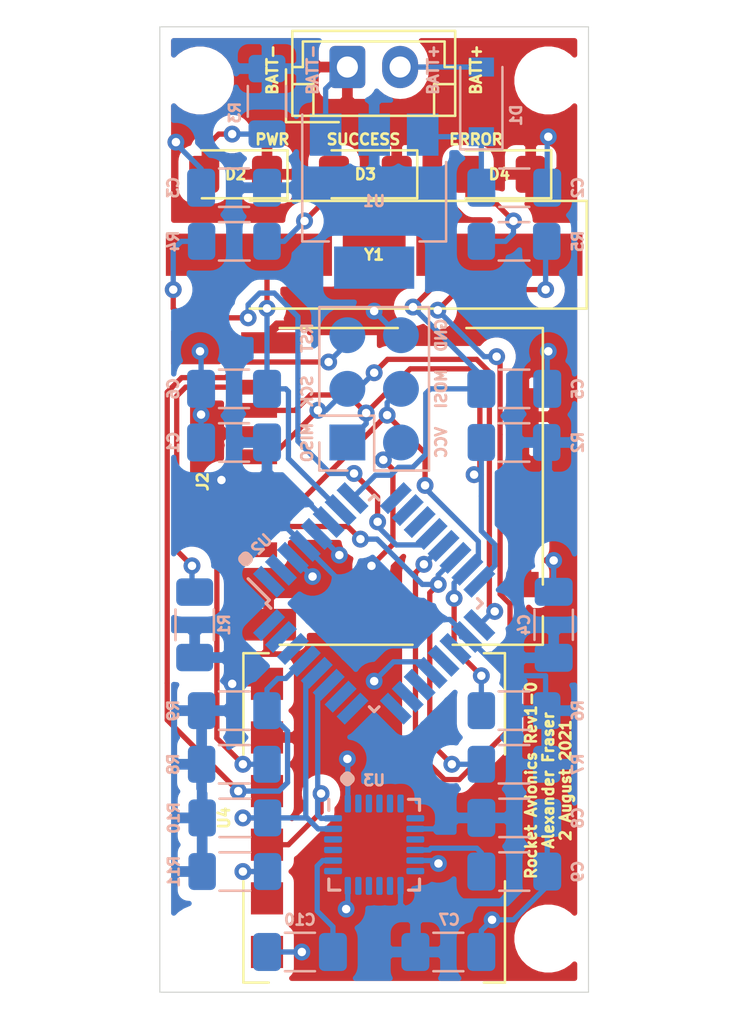
<source format=kicad_pcb>
(kicad_pcb (version 20171130) (host pcbnew "(5.1.8)-1")
  (layers (0 F.Cu signal) (31 B.Cu signal hide) (34 B.Paste user hide) (35 F.Paste user) (36 B.SilkS user hide) (37 F.SilkS user) (38 B.Mask user hide) (39 F.Mask user) (44 Edge.Cuts user))
  (net 0 "")
  (net 1 GND)
  (net 2 +3V3)
  (net 3 "Net-(C2-Pad1)")
  (net 4 ExtClock1)
  (net 5 "Net-(C9-Pad1)")
  (net 6 "Net-(C10-Pad1)")
  (net 7 "Net-(D1-Pad2)")
  (net 8 "Net-(D2-Pad2)")
  (net 9 "Net-(D3-Pad2)")
  (net 10 "Net-(D4-Pad2)")
  (net 11 "Net-(J2-Pad8)")
  (net 12 SPI-MISO)
  (net 13 SPI-SCK)
  (net 14 SPI-MOSI)
  (net 15 SPI-SS)
  (net 16 "Net-(J2-Pad1)")
  (net 17 Reset)
  (net 18 SuccessLED)
  (net 19 ErrorLED)
  (net 20 I2C-Clock)
  (net 21 I2C-Data)
  (net 22 "Net-(U2-Pad32)")
  (net 23 "Net-(U2-Pad31)")
  (net 24 "Net-(U2-Pad30)")
  (net 25 "Net-(U2-Pad26)")
  (net 26 "Net-(U2-Pad25)")
  (net 27 "Net-(U2-Pad24)")
  (net 28 "Net-(U2-Pad23)")
  (net 29 "Net-(U2-Pad22)")
  (net 30 "Net-(U2-Pad20)")
  (net 31 "Net-(U2-Pad19)")
  (net 32 "Net-(U2-Pad11)")
  (net 33 "Net-(U2-Pad10)")
  (net 34 "Net-(U2-Pad9)")
  (net 35 ExtClock2)
  (net 36 "Net-(U2-Pad2)")
  (net 37 "Net-(U2-Pad1)")
  (net 38 "Net-(U3-Pad12)")
  (net 39 "Net-(U3-Pad9)")
  (net 40 "Net-(U3-Pad7)")
  (net 41 "Net-(U3-Pad6)")
  (net 42 "Net-(U4-Pad6)")
  (net 43 "Net-(U4-Pad5)")
  (module MountingHole:MountingHole_2.2mm_M2 (layer F.Cu) (at 93.345 120.65)
    (fp_text reference REF** hide)
    (fp_text value MountingHole_2.2mm_M2)
    (pad 1 np_thru_hole circle (at 0 0) (size 2.2 2.2) (drill 2.2) (layers *.Cu *.Mask))
  )
  (module MountingHole:MountingHole_2.2mm_M2 (layer F.Cu) (at 109.855 120.65)
    (fp_text reference REF** hide)
    (fp_text value MountingHole_2.2mm_M2)
    (pad 1 np_thru_hole circle (at 0 0) (size 2.2 2.2) (drill 2.2) (layers *.Cu *.Mask))
  )
  (module MountingHole:MountingHole_2.2mm_M2 (layer F.Cu) (at 109.855 80.01)
    (fp_text reference REF** hide)
    (fp_text value MountingHole_2.2mm_M2)
    (pad 1 np_thru_hole circle (at 0 0) (size 2.2 2.2) (drill 2.2) (layers *.Cu *.Mask))
  )
  (module MountingHole:MountingHole_2.2mm_M2 (layer F.Cu) (at 93.345 80.01)
    (fp_text reference REF** hide)
    (fp_text value MountingHole_2.2mm_M2)
    (pad 1 np_thru_hole circle (at 0 0) (size 2.2 2.2) (drill 2.2) (layers *.Cu *.Mask))
  )
  (module Crystal:Crystal_SMD_HC49-SD_HandSoldering (layer F.Cu) (at 101.6 88.265 180)
    (fp_text reference Y1 (at 0 0) (layer F.SilkS) (effects (font (size 0.508 0.508) (thickness 0.127))))
    (fp_text value "8MHz Crystal")
    (pad 2 smd rect (at 5.9375 0 180) (size 7.875 2) (layers F.Cu F.Paste F.Mask) (net 4 ExtClock1))
    (pad 1 smd rect (at -5.9375 0 180) (size 7.875 2) (layers F.Cu F.Paste F.Mask) (net 35 ExtClock2))
  )
  (module electronics-rocket-avionics:BMP280_Module (layer F.Cu) (at 101.6 114.935)
    (fp_text reference U4 (at -7.112 0 90) (layer F.SilkS) (effects (font (size 0.508 0.508) (thickness 0.127))))
    (fp_text value BMP280_Module)
    (pad 3 smd rect (at -5.08 -1.27) (size 1.524 1.524) (layers F.Cu F.Paste F.Mask) (net 20 I2C-Clock))
    (pad 4 smd rect (at -5.08 1.27) (size 1.524 1.524) (layers F.Cu F.Paste F.Mask) (net 21 I2C-Data))
    (pad 2 smd rect (at -5.08 -3.81) (size 1.524 1.524) (layers F.Cu F.Paste F.Mask) (net 1 GND))
    (pad 1 smd rect (at -5.08 -6.35) (size 1.524 1.524) (layers F.Cu F.Paste F.Mask) (net 2 +3V3))
    (pad 5 smd rect (at -5.08 3.81) (size 1.524 1.524) (layers F.Cu F.Paste F.Mask) (net 43 "Net-(U4-Pad5)"))
    (pad 6 smd rect (at -5.08 6.35) (size 1.524 1.524) (layers F.Cu F.Paste F.Mask) (net 42 "Net-(U4-Pad6)"))
  )
  (module Sensor_Motion:InvenSense_QFN-24_4x4mm_P0.5mm (layer B.Cu) (at 101.6 116.205 270)
    (fp_text reference U3 (at -3.048 0 180) (layer B.SilkS) (effects (font (size 0.508 0.508) (thickness 0.127)) (justify mirror)))
    (fp_text value MPU-6050)
    (pad 24 smd roundrect (at -1.25 1.95 180) (size 0.85 0.3) (layers B.Cu B.Paste B.Mask) (net 21 I2C-Data))
    (pad 23 smd roundrect (at -0.75 1.95 180) (size 0.85 0.3) (layers B.Cu B.Paste B.Mask) (net 20 I2C-Clock))
    (pad 22 smd roundrect (at -0.25 1.95 180) (size 0.85 0.3) (layers B.Cu B.Paste B.Mask))
    (pad 21 smd roundrect (at 0.25 1.95 180) (size 0.85 0.3) (layers B.Cu B.Paste B.Mask))
    (pad 20 smd roundrect (at 0.75 1.95 180) (size 0.85 0.3) (layers B.Cu B.Paste B.Mask) (net 6 "Net-(C10-Pad1)"))
    (pad 19 smd roundrect (at 1.25 1.95 180) (size 0.85 0.3) (layers B.Cu B.Paste B.Mask))
    (pad 18 smd roundrect (at 1.95 1.25 270) (size 0.85 0.3) (layers B.Cu B.Paste B.Mask) (net 1 GND))
    (pad 17 smd roundrect (at 1.95 0.75 270) (size 0.85 0.3) (layers B.Cu B.Paste B.Mask))
    (pad 16 smd roundrect (at 1.95 0.25 270) (size 0.85 0.3) (layers B.Cu B.Paste B.Mask))
    (pad 15 smd roundrect (at 1.95 -0.25 270) (size 0.85 0.3) (layers B.Cu B.Paste B.Mask))
    (pad 14 smd roundrect (at 1.95 -0.75 270) (size 0.85 0.3) (layers B.Cu B.Paste B.Mask))
    (pad 13 smd roundrect (at 1.95 -1.25 270) (size 0.85 0.3) (layers B.Cu B.Paste B.Mask) (net 2 +3V3))
    (pad 12 smd roundrect (at 1.25 -1.95 180) (size 0.85 0.3) (layers B.Cu B.Paste B.Mask) (net 38 "Net-(U3-Pad12)"))
    (pad 11 smd roundrect (at 0.75 -1.95 180) (size 0.85 0.3) (layers B.Cu B.Paste B.Mask) (net 1 GND))
    (pad 10 smd roundrect (at 0.25 -1.95 180) (size 0.85 0.3) (layers B.Cu B.Paste B.Mask) (net 5 "Net-(C9-Pad1)"))
    (pad 9 smd roundrect (at -0.25 -1.95 180) (size 0.85 0.3) (layers B.Cu B.Paste B.Mask) (net 39 "Net-(U3-Pad9)"))
    (pad 8 smd roundrect (at -0.75 -1.95 180) (size 0.85 0.3) (layers B.Cu B.Paste B.Mask) (net 2 +3V3))
    (pad 7 smd roundrect (at -1.25 -1.95 180) (size 0.85 0.3) (layers B.Cu B.Paste B.Mask) (net 40 "Net-(U3-Pad7)"))
    (pad 6 smd roundrect (at -1.95 -1.25 270) (size 0.85 0.3) (layers B.Cu B.Paste B.Mask) (net 41 "Net-(U3-Pad6)"))
    (pad 5 smd roundrect (at -1.95 -0.75 270) (size 0.85 0.3) (layers B.Cu B.Paste B.Mask))
    (pad 4 smd roundrect (at -1.95 -0.25 270) (size 0.85 0.3) (layers B.Cu B.Paste B.Mask))
    (pad 3 smd roundrect (at -1.95 0.25 270) (size 0.85 0.3) (layers B.Cu B.Paste B.Mask))
    (pad 2 smd roundrect (at -1.95 0.75 270) (size 0.85 0.3) (layers B.Cu B.Paste B.Mask))
    (pad 1 smd roundrect (at -1.95 1.25 270) (size 0.85 0.3) (layers B.Cu B.Paste B.Mask) (net 1 GND))
  )
  (module Package_QFP:TQFP-32_7x7mm_P0.8mm (layer B.Cu) (at 101.6 104.775 315)
    (fp_text reference U2 (at -5.747364 1.796051 45) (layer B.SilkS) (effects (font (size 0.508 0.508) (thickness 0.127)) (justify mirror)))
    (fp_text value ATmega328P-AU)
    (pad 32 smd rect (at -2.8 4.25 225) (size 1.6 0.55) (layers B.Cu B.Paste B.Mask) (net 22 "Net-(U2-Pad32)"))
    (pad 31 smd rect (at -2 4.25 225) (size 1.6 0.55) (layers B.Cu B.Paste B.Mask) (net 23 "Net-(U2-Pad31)"))
    (pad 30 smd rect (at -1.2 4.25 225) (size 1.6 0.55) (layers B.Cu B.Paste B.Mask) (net 24 "Net-(U2-Pad30)"))
    (pad 29 smd rect (at -0.4 4.25 225) (size 1.6 0.55) (layers B.Cu B.Paste B.Mask) (net 17 Reset))
    (pad 28 smd rect (at 0.4 4.25 225) (size 1.6 0.55) (layers B.Cu B.Paste B.Mask) (net 20 I2C-Clock))
    (pad 27 smd rect (at 1.2 4.25 225) (size 1.6 0.55) (layers B.Cu B.Paste B.Mask) (net 21 I2C-Data))
    (pad 26 smd rect (at 2 4.25 225) (size 1.6 0.55) (layers B.Cu B.Paste B.Mask) (net 25 "Net-(U2-Pad26)"))
    (pad 25 smd rect (at 2.8 4.25 225) (size 1.6 0.55) (layers B.Cu B.Paste B.Mask) (net 26 "Net-(U2-Pad25)"))
    (pad 24 smd rect (at 4.25 2.8 315) (size 1.6 0.55) (layers B.Cu B.Paste B.Mask) (net 27 "Net-(U2-Pad24)"))
    (pad 23 smd rect (at 4.25 2 315) (size 1.6 0.55) (layers B.Cu B.Paste B.Mask) (net 28 "Net-(U2-Pad23)"))
    (pad 22 smd rect (at 4.25 1.2 315) (size 1.6 0.55) (layers B.Cu B.Paste B.Mask) (net 29 "Net-(U2-Pad22)"))
    (pad 21 smd rect (at 4.25 0.4 315) (size 1.6 0.55) (layers B.Cu B.Paste B.Mask) (net 1 GND))
    (pad 20 smd rect (at 4.25 -0.4 315) (size 1.6 0.55) (layers B.Cu B.Paste B.Mask) (net 30 "Net-(U2-Pad20)"))
    (pad 19 smd rect (at 4.25 -1.2 315) (size 1.6 0.55) (layers B.Cu B.Paste B.Mask) (net 31 "Net-(U2-Pad19)"))
    (pad 18 smd rect (at 4.25 -2 315) (size 1.6 0.55) (layers B.Cu B.Paste B.Mask) (net 2 +3V3))
    (pad 17 smd rect (at 4.25 -2.8 315) (size 1.6 0.55) (layers B.Cu B.Paste B.Mask) (net 13 SPI-SCK))
    (pad 16 smd rect (at 2.8 -4.25 225) (size 1.6 0.55) (layers B.Cu B.Paste B.Mask) (net 12 SPI-MISO))
    (pad 15 smd rect (at 2 -4.25 225) (size 1.6 0.55) (layers B.Cu B.Paste B.Mask) (net 14 SPI-MOSI))
    (pad 14 smd rect (at 1.2 -4.25 225) (size 1.6 0.55) (layers B.Cu B.Paste B.Mask) (net 15 SPI-SS))
    (pad 13 smd rect (at 0.4 -4.25 225) (size 1.6 0.55) (layers B.Cu B.Paste B.Mask) (net 19 ErrorLED))
    (pad 12 smd rect (at -0.4 -4.25 225) (size 1.6 0.55) (layers B.Cu B.Paste B.Mask) (net 18 SuccessLED))
    (pad 11 smd rect (at -1.2 -4.25 225) (size 1.6 0.55) (layers B.Cu B.Paste B.Mask) (net 32 "Net-(U2-Pad11)"))
    (pad 10 smd rect (at -2 -4.25 225) (size 1.6 0.55) (layers B.Cu B.Paste B.Mask) (net 33 "Net-(U2-Pad10)"))
    (pad 9 smd rect (at -2.8 -4.25 225) (size 1.6 0.55) (layers B.Cu B.Paste B.Mask) (net 34 "Net-(U2-Pad9)"))
    (pad 8 smd rect (at -4.25 -2.8 315) (size 1.6 0.55) (layers B.Cu B.Paste B.Mask) (net 35 ExtClock2))
    (pad 7 smd rect (at -4.25 -2 315) (size 1.6 0.55) (layers B.Cu B.Paste B.Mask) (net 4 ExtClock1))
    (pad 6 smd rect (at -4.25 -1.2 315) (size 1.6 0.55) (layers B.Cu B.Paste B.Mask) (net 2 +3V3))
    (pad 5 smd rect (at -4.25 -0.4 315) (size 1.6 0.55) (layers B.Cu B.Paste B.Mask) (net 1 GND))
    (pad 4 smd rect (at -4.25 0.4 315) (size 1.6 0.55) (layers B.Cu B.Paste B.Mask) (net 2 +3V3))
    (pad 3 smd rect (at -4.25 1.2 315) (size 1.6 0.55) (layers B.Cu B.Paste B.Mask) (net 1 GND))
    (pad 2 smd rect (at -4.25 2 315) (size 1.6 0.55) (layers B.Cu B.Paste B.Mask) (net 36 "Net-(U2-Pad2)"))
    (pad 1 smd rect (at -4.25 2.8 315) (size 1.6 0.55) (layers B.Cu B.Paste B.Mask) (net 37 "Net-(U2-Pad1)"))
  )
  (module Package_TO_SOT_SMD:SOT-223 (layer B.Cu) (at 101.6 85.725 270)
    (fp_text reference U1 (at 0 0 180) (layer B.SilkS) (effects (font (size 0.508 0.508) (thickness 0.127)) (justify mirror)))
    (fp_text value AP2111H-3.3)
    (pad 1 smd rect (at -3.15 2.3 270) (size 2 1.5) (layers B.Cu B.Paste B.Mask) (net 1 GND))
    (pad 3 smd rect (at -3.15 -2.3 270) (size 2 1.5) (layers B.Cu B.Paste B.Mask) (net 3 "Net-(C2-Pad1)"))
    (pad 2 smd rect (at -3.15 0 270) (size 2 1.5) (layers B.Cu B.Paste B.Mask) (net 2 +3V3))
    (pad 4 smd rect (at 3.15 0 270) (size 2 3.8) (layers B.Cu B.Paste B.Mask))
  )
  (module Resistor_SMD:R_1206_3216Metric_Pad1.30x1.75mm_HandSolder (layer B.Cu) (at 94.996 117.475 180)
    (fp_text reference R11 (at 2.895 0 90) (layer B.SilkS) (effects (font (size 0.508 0.508) (thickness 0.127)) (justify mirror)))
    (fp_text value 10k)
    (pad 2 smd roundrect (at 1.55 0 180) (size 1.3 1.75) (layers B.Cu B.Paste B.Mask) (roundrect_rratio 0.192308) (net 2 +3V3))
    (pad 1 smd roundrect (at -1.55 0 180) (size 1.3 1.75) (layers B.Cu B.Paste B.Mask) (roundrect_rratio 0.192308) (net 21 I2C-Data))
  )
  (module Resistor_SMD:R_1206_3216Metric_Pad1.30x1.75mm_HandSolder (layer B.Cu) (at 94.996 114.935 180)
    (fp_text reference R10 (at 2.895 0 90) (layer B.SilkS) (effects (font (size 0.508 0.508) (thickness 0.127)) (justify mirror)))
    (fp_text value 10k)
    (pad 2 smd roundrect (at 1.55 0 180) (size 1.3 1.75) (layers B.Cu B.Paste B.Mask) (roundrect_rratio 0.192308) (net 2 +3V3))
    (pad 1 smd roundrect (at -1.55 0 180) (size 1.3 1.75) (layers B.Cu B.Paste B.Mask) (roundrect_rratio 0.192308) (net 20 I2C-Clock))
  )
  (module Resistor_SMD:R_1206_3216Metric_Pad1.30x1.75mm_HandSolder (layer B.Cu) (at 94.97 109.855 180)
    (fp_text reference R9 (at 2.895 0 90) (layer B.SilkS) (effects (font (size 0.508 0.508) (thickness 0.127)) (justify mirror)))
    (fp_text value 10k)
    (pad 2 smd roundrect (at 1.55 0 180) (size 1.3 1.75) (layers B.Cu B.Paste B.Mask) (roundrect_rratio 0.192308) (net 2 +3V3))
    (pad 1 smd roundrect (at -1.55 0 180) (size 1.3 1.75) (layers B.Cu B.Paste B.Mask) (roundrect_rratio 0.192308) (net 17 Reset))
  )
  (module Resistor_SMD:R_1206_3216Metric_Pad1.30x1.75mm_HandSolder (layer B.Cu) (at 94.97 112.395 180)
    (fp_text reference R8 (at 2.895 0 90) (layer B.SilkS) (effects (font (size 0.508 0.508) (thickness 0.127)) (justify mirror)))
    (fp_text value 10k)
    (pad 2 smd roundrect (at 1.55 0 180) (size 1.3 1.75) (layers B.Cu B.Paste B.Mask) (roundrect_rratio 0.192308) (net 2 +3V3))
    (pad 1 smd roundrect (at -1.55 0 180) (size 1.3 1.75) (layers B.Cu B.Paste B.Mask) (roundrect_rratio 0.192308) (net 16 "Net-(J2-Pad1)"))
  )
  (module Resistor_SMD:R_1206_3216Metric_Pad1.30x1.75mm_HandSolder (layer B.Cu) (at 108.23 112.395)
    (fp_text reference R7 (at 3.022 0 90) (layer B.SilkS) (effects (font (size 0.508 0.508) (thickness 0.127)) (justify mirror)))
    (fp_text value 10k)
    (pad 2 smd roundrect (at 1.55 0) (size 1.3 1.75) (layers B.Cu B.Paste B.Mask) (roundrect_rratio 0.192308) (net 2 +3V3))
    (pad 1 smd roundrect (at -1.55 0) (size 1.3 1.75) (layers B.Cu B.Paste B.Mask) (roundrect_rratio 0.192308) (net 15 SPI-SS))
  )
  (module Resistor_SMD:R_1206_3216Metric_Pad1.30x1.75mm_HandSolder (layer B.Cu) (at 108.23 109.855)
    (fp_text reference R6 (at 3.022 0 90) (layer B.SilkS) (effects (font (size 0.508 0.508) (thickness 0.127)) (justify mirror)))
    (fp_text value 10k)
    (pad 2 smd roundrect (at 1.55 0) (size 1.3 1.75) (layers B.Cu B.Paste B.Mask) (roundrect_rratio 0.192308) (net 2 +3V3))
    (pad 1 smd roundrect (at -1.55 0) (size 1.3 1.75) (layers B.Cu B.Paste B.Mask) (roundrect_rratio 0.192308) (net 14 SPI-MOSI))
  )
  (module Resistor_SMD:R_1206_3216Metric_Pad1.30x1.75mm_HandSolder (layer B.Cu) (at 108.23 87.63)
    (fp_text reference R5 (at 3.022 0 90) (layer B.SilkS) (effects (font (size 0.508 0.508) (thickness 0.127)) (justify mirror)))
    (fp_text value 220R)
    (pad 2 smd roundrect (at 1.55 0) (size 1.3 1.75) (layers B.Cu B.Paste B.Mask) (roundrect_rratio 0.192308) (net 19 ErrorLED))
    (pad 1 smd roundrect (at -1.55 0) (size 1.3 1.75) (layers B.Cu B.Paste B.Mask) (roundrect_rratio 0.192308) (net 10 "Net-(D4-Pad2)"))
  )
  (module Resistor_SMD:R_1206_3216Metric_Pad1.30x1.75mm_HandSolder (layer B.Cu) (at 94.97 87.63 180)
    (fp_text reference R4 (at 2.895 0 90) (layer B.SilkS) (effects (font (size 0.508 0.508) (thickness 0.127)) (justify mirror)))
    (fp_text value 220R)
    (pad 2 smd roundrect (at 1.55 0 180) (size 1.3 1.75) (layers B.Cu B.Paste B.Mask) (roundrect_rratio 0.192308) (net 18 SuccessLED))
    (pad 1 smd roundrect (at -1.55 0 180) (size 1.3 1.75) (layers B.Cu B.Paste B.Mask) (roundrect_rratio 0.192308) (net 9 "Net-(D3-Pad2)"))
  )
  (module Resistor_SMD:R_1206_3216Metric_Pad1.30x1.75mm_HandSolder (layer B.Cu) (at 96.52 81 90)
    (fp_text reference R3 (at -0.534 -1.524 90) (layer B.SilkS) (effects (font (size 0.508 0.508) (thickness 0.127)) (justify mirror)))
    (fp_text value 220R)
    (pad 2 smd roundrect (at 1.55 0 90) (size 1.3 1.75) (layers B.Cu B.Paste B.Mask) (roundrect_rratio 0.192308) (net 2 +3V3))
    (pad 1 smd roundrect (at -1.55 0 90) (size 1.3 1.75) (layers B.Cu B.Paste B.Mask) (roundrect_rratio 0.192308) (net 8 "Net-(D2-Pad2)"))
  )
  (module Resistor_SMD:R_1206_3216Metric_Pad1.30x1.75mm_HandSolder (layer B.Cu) (at 108.23 97.155)
    (fp_text reference R2 (at 3.022 0 90) (layer B.SilkS) (effects (font (size 0.508 0.508) (thickness 0.127)) (justify mirror)))
    (fp_text value 10k)
    (pad 2 smd roundrect (at 1.55 0) (size 1.3 1.75) (layers B.Cu B.Paste B.Mask) (roundrect_rratio 0.192308) (net 2 +3V3))
    (pad 1 smd roundrect (at -1.55 0) (size 1.3 1.75) (layers B.Cu B.Paste B.Mask) (roundrect_rratio 0.192308) (net 12 SPI-MISO))
  )
  (module Resistor_SMD:R_1206_3216Metric_Pad1.30x1.75mm_HandSolder (layer B.Cu) (at 93.091 105.791 270)
    (fp_text reference R1 (at 0 -1.397 90) (layer B.SilkS) (effects (font (size 0.508 0.508) (thickness 0.127)) (justify mirror)))
    (fp_text value 10k)
    (pad 2 smd roundrect (at 1.55 0 270) (size 1.3 1.75) (layers B.Cu B.Paste B.Mask) (roundrect_rratio 0.192308) (net 2 +3V3))
    (pad 1 smd roundrect (at -1.55 0 270) (size 1.3 1.75) (layers B.Cu B.Paste B.Mask) (roundrect_rratio 0.192308) (net 11 "Net-(J2-Pad8)"))
  )
  (module electronics-rocket-avionics:AVR_ISP_2x3 (layer B.Cu) (at 100.33 97.155)
    (fp_text reference J3 hide)
    (fp_text value AVR-ISP-6)
    (pad 6 smd oval (at 2.54 -5.08) (size 1.7 1.7) (layers B.Cu B.Paste B.Mask) (net 1 GND))
    (pad 5 smd oval (at 0 -5.08) (size 1.7 1.7) (layers B.Cu B.Paste B.Mask) (net 17 Reset))
    (pad 4 smd oval (at 2.54 -2.54) (size 1.7 1.7) (layers B.Cu B.Paste B.Mask) (net 14 SPI-MOSI))
    (pad 3 smd oval (at 0 -2.54) (size 1.7 1.7) (layers B.Cu B.Paste B.Mask) (net 13 SPI-SCK))
    (pad 2 smd oval (at 2.54 0) (size 1.7 1.7) (layers B.Cu B.Paste B.Mask) (net 2 +3V3))
    (pad 1 smd rect (at 0 0) (size 1.7 1.7) (layers B.Cu B.Paste B.Mask) (net 12 SPI-MISO))
  )
  (module electronics-rocket-avionics:microSD_HC_Hirose_DM3CS-SF (layer F.Cu) (at 101.346 99.06 270)
    (fp_text reference J2 (at -0.05 7.874 90) (layer F.SilkS) (effects (font (size 0.508 0.508) (thickness 0.127))))
    (fp_text value Micro_SD_Card)
    (pad 8 smd rect (at -4.525 5.35 270) (size 0.7 2) (layers F.Cu F.Paste F.Mask) (net 11 "Net-(J2-Pad8)"))
    (pad 9 smd rect (at -6.625 4.75 270) (size 1 2.6) (layers F.Cu F.Paste F.Mask) (net 1 GND))
    (pad 9 smd rect (at -3.125 -7.35 270) (size 2.7 1.4) (layers F.Cu F.Paste F.Mask) (net 1 GND))
    (pad 9 smd rect (at 4.825 -7.45 270) (size 1.2 1.2) (layers F.Cu F.Paste F.Mask) (net 1 GND))
    (pad 7 smd rect (at -3.425 5.35 270) (size 0.7 2) (layers F.Cu F.Paste F.Mask) (net 12 SPI-MISO))
    (pad 6 smd rect (at -2.325 5.35 270) (size 0.7 2) (layers F.Cu F.Paste F.Mask) (net 1 GND))
    (pad 5 smd rect (at -1.225 5.35 270) (size 0.7 2) (layers F.Cu F.Paste F.Mask) (net 13 SPI-SCK))
    (pad 4 smd rect (at -0.125 5.35 270) (size 0.7 2) (layers F.Cu F.Paste F.Mask) (net 2 +3V3))
    (pad 3 smd rect (at 0.975 5.35 270) (size 0.7 2) (layers F.Cu F.Paste F.Mask) (net 14 SPI-MOSI))
    (pad 2 smd rect (at 2.075 5.35 270) (size 0.7 2) (layers F.Cu F.Paste F.Mask) (net 15 SPI-SS))
    (pad 1 smd rect (at 3.175 5.35 270) (size 0.7 2) (layers F.Cu F.Paste F.Mask) (net 16 "Net-(J2-Pad1)"))
    (pad 9 smd rect (at 6.725 4.75 270) (size 1.5 2.6) (layers F.Cu F.Paste F.Mask) (net 1 GND))
    (pad 9 smd rect (at 1.775 -7.35 270) (size 2.7 1.4) (layers F.Cu F.Paste F.Mask) (net 1 GND))
  )
  (module Connector_JST:JST_EH_B2B-EH-A_1x02_P2.50mm_Vertical (layer F.Cu) (at 100.33 79.375)
    (fp_text reference J1 hide)
    (fp_text value Conn_01x02_Female)
    (pad 2 thru_hole oval (at 2.5 0) (size 1.7 2) (drill 1) (layers *.Cu *.Mask) (net 7 "Net-(D1-Pad2)"))
    (pad 1 thru_hole roundrect (at 0 0) (size 1.7 2) (drill 1) (layers *.Cu *.Mask) (roundrect_rratio 0.147059) (net 1 GND))
  )
  (module LED_SMD:LED_1206_3216Metric_Pad1.42x1.75mm_HandSolder (layer F.Cu) (at 107.5325 84.455 180)
    (fp_text reference D4 (at 0 0) (layer F.SilkS) (effects (font (size 0.508 0.508) (thickness 0.127))))
    (fp_text value "Red LED")
    (pad 2 smd roundrect (at 1.4875 0 180) (size 1.425 1.75) (layers F.Cu F.Paste F.Mask) (roundrect_rratio 0.175439) (net 10 "Net-(D4-Pad2)"))
    (pad 1 smd roundrect (at -1.4875 0 180) (size 1.425 1.75) (layers F.Cu F.Paste F.Mask) (roundrect_rratio 0.175439) (net 1 GND))
  )
  (module LED_SMD:LED_1206_3216Metric_Pad1.42x1.75mm_HandSolder (layer F.Cu) (at 101.1825 84.455 180)
    (fp_text reference D3 (at 0 0) (layer F.SilkS) (effects (font (size 0.508 0.508) (thickness 0.127))))
    (fp_text value "Green LED")
    (pad 2 smd roundrect (at 1.4875 0 180) (size 1.425 1.75) (layers F.Cu F.Paste F.Mask) (roundrect_rratio 0.175439) (net 9 "Net-(D3-Pad2)"))
    (pad 1 smd roundrect (at -1.4875 0 180) (size 1.425 1.75) (layers F.Cu F.Paste F.Mask) (roundrect_rratio 0.175439) (net 1 GND))
  )
  (module LED_SMD:LED_1206_3216Metric_Pad1.42x1.75mm_HandSolder (layer F.Cu) (at 95.0325 84.455 180)
    (fp_text reference D2 (at 0 0) (layer F.SilkS) (effects (font (size 0.508 0.508) (thickness 0.127))))
    (fp_text value "Green LED")
    (pad 2 smd roundrect (at 1.4875 0 180) (size 1.425 1.75) (layers F.Cu F.Paste F.Mask) (roundrect_rratio 0.175439) (net 8 "Net-(D2-Pad2)"))
    (pad 1 smd roundrect (at -1.4875 0 180) (size 1.425 1.75) (layers F.Cu F.Paste F.Mask) (roundrect_rratio 0.175439) (net 1 GND))
  )
  (module Diode_SMD:D_SOD-123 (layer B.Cu) (at 106.68 81.025 90)
    (fp_text reference D1 (at -0.636 1.651 90) (layer B.SilkS) (effects (font (size 0.508 0.508) (thickness 0.127)) (justify mirror)))
    (fp_text value MBR0520LT1)
    (pad 2 smd rect (at 1.65 0 90) (size 0.9 1.2) (layers B.Cu B.Paste B.Mask) (net 7 "Net-(D1-Pad2)"))
    (pad 1 smd rect (at -1.65 0 90) (size 0.9 1.2) (layers B.Cu B.Paste B.Mask) (net 3 "Net-(C2-Pad1)"))
  )
  (module Capacitor_SMD:C_1206_3216Metric_Pad1.33x1.80mm_HandSolder (layer B.Cu) (at 98.0825 121.285 180)
    (fp_text reference C10 (at 0 1.524) (layer B.SilkS) (effects (font (size 0.508 0.508) (thickness 0.127)) (justify mirror)))
    (fp_text value 2.2nF)
    (pad 2 smd roundrect (at 1.5625 0 180) (size 1.325 1.8) (layers B.Cu B.Paste B.Mask) (roundrect_rratio 0.188679) (net 1 GND))
    (pad 1 smd roundrect (at -1.5625 0 180) (size 1.325 1.8) (layers B.Cu B.Paste B.Mask) (roundrect_rratio 0.188679) (net 6 "Net-(C10-Pad1)"))
  )
  (module Capacitor_SMD:C_1206_3216Metric_Pad1.33x1.80mm_HandSolder (layer B.Cu) (at 108.2425 117.475)
    (fp_text reference C9 (at 3.0095 0 270) (layer B.SilkS) (effects (font (size 0.508 0.508) (thickness 0.127)) (justify mirror)))
    (fp_text value 0.1uF)
    (pad 2 smd roundrect (at 1.5625 0) (size 1.325 1.8) (layers B.Cu B.Paste B.Mask) (roundrect_rratio 0.188679) (net 1 GND))
    (pad 1 smd roundrect (at -1.5625 0) (size 1.325 1.8) (layers B.Cu B.Paste B.Mask) (roundrect_rratio 0.188679) (net 5 "Net-(C9-Pad1)"))
  )
  (module Capacitor_SMD:C_1206_3216Metric_Pad1.33x1.80mm_HandSolder (layer B.Cu) (at 108.2425 114.935)
    (fp_text reference C8 (at 3.0095 0 90) (layer B.SilkS) (effects (font (size 0.508 0.508) (thickness 0.127)) (justify mirror)))
    (fp_text value 10nF)
    (pad 2 smd roundrect (at 1.5625 0) (size 1.325 1.8) (layers B.Cu B.Paste B.Mask) (roundrect_rratio 0.188679) (net 1 GND))
    (pad 1 smd roundrect (at -1.5625 0) (size 1.325 1.8) (layers B.Cu B.Paste B.Mask) (roundrect_rratio 0.188679) (net 2 +3V3))
  )
  (module Capacitor_SMD:C_1206_3216Metric_Pad1.33x1.80mm_HandSolder (layer B.Cu) (at 105.1175 121.285)
    (fp_text reference C7 (at 0.0385 -1.524) (layer B.SilkS) (effects (font (size 0.508 0.508) (thickness 0.127)) (justify mirror)))
    (fp_text value 0.1uF)
    (pad 2 smd roundrect (at 1.5625 0) (size 1.325 1.8) (layers B.Cu B.Paste B.Mask) (roundrect_rratio 0.188679) (net 1 GND))
    (pad 1 smd roundrect (at -1.5625 0) (size 1.325 1.8) (layers B.Cu B.Paste B.Mask) (roundrect_rratio 0.188679) (net 2 +3V3))
  )
  (module Capacitor_SMD:C_1206_3216Metric_Pad1.33x1.80mm_HandSolder (layer B.Cu) (at 94.9575 94.615 180)
    (fp_text reference C6 (at 2.8825 0 270) (layer B.SilkS) (effects (font (size 0.508 0.508) (thickness 0.127)) (justify mirror)))
    (fp_text value 22pF)
    (pad 2 smd roundrect (at 1.5625 0 180) (size 1.325 1.8) (layers B.Cu B.Paste B.Mask) (roundrect_rratio 0.188679) (net 1 GND))
    (pad 1 smd roundrect (at -1.5625 0 180) (size 1.325 1.8) (layers B.Cu B.Paste B.Mask) (roundrect_rratio 0.188679) (net 4 ExtClock1))
  )
  (module Capacitor_SMD:C_1206_3216Metric_Pad1.33x1.80mm_HandSolder (layer B.Cu) (at 108.2425 94.615)
    (fp_text reference C5 (at 3.0095 0 270) (layer B.SilkS) (effects (font (size 0.508 0.508) (thickness 0.127)) (justify mirror)))
    (fp_text value 22pF)
    (pad 2 smd roundrect (at 1.5625 0) (size 1.325 1.8) (layers B.Cu B.Paste B.Mask) (roundrect_rratio 0.188679) (net 1 GND))
    (pad 1 smd roundrect (at -1.5625 0) (size 1.325 1.8) (layers B.Cu B.Paste B.Mask) (roundrect_rratio 0.188679) (net 35 ExtClock2))
  )
  (module Capacitor_SMD:C_1206_3216Metric_Pad1.33x1.80mm_HandSolder (layer B.Cu) (at 110.109 105.791 90)
    (fp_text reference C4 (at 0 -1.397 270) (layer B.SilkS) (effects (font (size 0.508 0.508) (thickness 0.127)) (justify mirror)))
    (fp_text value 0.1uF)
    (pad 2 smd roundrect (at 1.5625 0 90) (size 1.325 1.8) (layers B.Cu B.Paste B.Mask) (roundrect_rratio 0.188679) (net 1 GND))
    (pad 1 smd roundrect (at -1.5625 0 90) (size 1.325 1.8) (layers B.Cu B.Paste B.Mask) (roundrect_rratio 0.188679) (net 2 +3V3))
  )
  (module Capacitor_SMD:C_1206_3216Metric_Pad1.33x1.80mm_HandSolder (layer B.Cu) (at 94.9575 85.09 180)
    (fp_text reference C3 (at 2.8825 0 270) (layer B.SilkS) (effects (font (size 0.508 0.508) (thickness 0.127)) (justify mirror)))
    (fp_text value 1uF)
    (pad 2 smd roundrect (at 1.5625 0 180) (size 1.325 1.8) (layers B.Cu B.Paste B.Mask) (roundrect_rratio 0.188679) (net 1 GND))
    (pad 1 smd roundrect (at -1.5625 0 180) (size 1.325 1.8) (layers B.Cu B.Paste B.Mask) (roundrect_rratio 0.188679) (net 2 +3V3))
  )
  (module Capacitor_SMD:C_1206_3216Metric_Pad1.33x1.80mm_HandSolder (layer B.Cu) (at 108.2425 85.09)
    (fp_text reference C2 (at 3.0095 0 270) (layer B.SilkS) (effects (font (size 0.508 0.508) (thickness 0.127)) (justify mirror)))
    (fp_text value 1uF)
    (pad 2 smd roundrect (at 1.5625 0) (size 1.325 1.8) (layers B.Cu B.Paste B.Mask) (roundrect_rratio 0.188679) (net 1 GND))
    (pad 1 smd roundrect (at -1.5625 0) (size 1.325 1.8) (layers B.Cu B.Paste B.Mask) (roundrect_rratio 0.188679) (net 3 "Net-(C2-Pad1)"))
  )
  (module Capacitor_SMD:C_1206_3216Metric_Pad1.33x1.80mm_HandSolder (layer B.Cu) (at 94.9575 97.155 180)
    (fp_text reference C1 (at 2.8825 0 90) (layer B.SilkS) (effects (font (size 0.508 0.508) (thickness 0.127)) (justify mirror)))
    (fp_text value 0.1uF)
    (pad 2 smd roundrect (at 1.5625 0 180) (size 1.325 1.8) (layers B.Cu B.Paste B.Mask) (roundrect_rratio 0.188679) (net 1 GND))
    (pad 1 smd roundrect (at -1.5625 0 180) (size 1.325 1.8) (layers B.Cu B.Paste B.Mask) (roundrect_rratio 0.188679) (net 2 +3V3))
  )
  (gr_text "Rocket Avionics Rev1-0\nAlexander Fraser\n2 August 2021" (at 109.855 113.157 90) (layer F.SilkS) (effects (font (size 0.508 0.508) (thickness 0.127))))
  (gr_text VCC (at 104.775 97.155 90) (layer B.SilkS) (effects (font (size 0.508 0.508) (thickness 0.127)) (justify mirror)))
  (gr_text MOSI (at 104.775 94.615 90) (layer B.SilkS) (effects (font (size 0.508 0.508) (thickness 0.127)) (justify mirror)))
  (gr_text GND (at 104.775 92.075 90) (layer B.SilkS) (effects (font (size 0.508 0.508) (thickness 0.127)) (justify mirror)))
  (gr_text RST (at 98.425 92.202 90) (layer B.SilkS) (effects (font (size 0.508 0.508) (thickness 0.127)) (justify mirror)))
  (gr_text SCK (at 98.425 94.742 90) (layer B.SilkS) (effects (font (size 0.508 0.508) (thickness 0.127)) (justify mirror)))
  (gr_text MISO (at 98.425 97.155 90) (layer B.SilkS) (effects (font (size 0.508 0.508) (thickness 0.127)) (justify mirror)))
  (gr_text BATT+ (at 104.394 79.502 90) (layer B.SilkS) (effects (font (size 0.508 0.508) (thickness 0.127))))
  (gr_text BATT- (at 98.679 79.502 90) (layer B.SilkS) (effects (font (size 0.508 0.508) (thickness 0.127))))
  (gr_text . (at 95.504 101.854) (layer B.SilkS) (effects (font (size 2.032 2.032) (thickness 0.508))))
  (gr_text . (at 100.33 112.268) (layer B.SilkS) (effects (font (size 2.032 2.032) (thickness 0.508))))
  (gr_text BATT+ (at 106.426 79.502 90) (layer F.SilkS) (effects (font (size 0.508 0.508) (thickness 0.127))))
  (gr_text BATT- (at 96.774 79.502 90) (layer F.SilkS) (effects (font (size 0.508 0.508) (thickness 0.127))))
  (gr_text ERROR (at 106.426 82.804) (layer F.SilkS) (effects (font (size 0.508 0.508) (thickness 0.127))))
  (gr_text SUCCESS (at 101.092 82.804) (layer F.SilkS) (effects (font (size 0.508 0.508) (thickness 0.127))))
  (gr_text PWR (at 96.774 82.804) (layer F.SilkS) (effects (font (size 0.508 0.508) (thickness 0.127))))
  (gr_line (start 91.44 123.19) (end 91.44 77.47) (layer Edge.Cuts) (width 0.05))
  (gr_line (start 111.76 123.19) (end 91.44 123.19) (layer Edge.Cuts) (width 0.05))
  (gr_line (start 111.76 77.47) (end 111.76 123.19) (layer Edge.Cuts) (width 0.05))
  (gr_line (start 91.44 77.47) (end 111.76 77.47) (layer Edge.Cuts) (width 0.05))
  (segment (start 109.805 114.935) (end 109.805 117.475) (width 0.25) (layer B.Cu) (net 1))
  (segment (start 109.805 117.475) (end 109.805 118.16) (width 0.25) (layer B.Cu) (net 1))
  (segment (start 109.805 118.16) (end 108.204 119.761) (width 0.25) (layer B.Cu) (net 1))
  (segment (start 108.204 119.761) (end 107.188 119.761) (width 0.25) (layer B.Cu) (net 1))
  (segment (start 106.68 120.269) (end 106.68 121.285) (width 0.25) (layer B.Cu) (net 1))
  (segment (start 107.188 119.761) (end 106.68 120.269) (width 0.25) (layer B.Cu) (net 1))
  (segment (start 107.188 119.761) (end 107.188 119.761) (width 0.25) (layer B.Cu) (net 1))
  (via (at 107.188 119.761) (size 0.8) (drill 0.4) (layers F.Cu B.Cu) (net 1))
  (via (at 98.171 121.285) (size 0.8) (drill 0.4) (layers F.Cu B.Cu) (net 1))
  (segment (start 96.52 121.285) (end 98.171 121.285) (width 0.25) (layer B.Cu) (net 1))
  (via (at 109.855 92.837) (size 0.8) (drill 0.4) (layers F.Cu B.Cu) (net 1))
  (segment (start 109.805 92.887) (end 109.855 92.837) (width 0.25) (layer B.Cu) (net 1))
  (segment (start 109.805 94.615) (end 109.805 92.887) (width 0.25) (layer B.Cu) (net 1))
  (segment (start 93.395 94.615) (end 93.395 95.835) (width 0.25) (layer B.Cu) (net 1))
  (via (at 93.345 92.837) (size 0.8) (drill 0.4) (layers F.Cu B.Cu) (net 1))
  (segment (start 93.395 92.887) (end 93.345 92.837) (width 0.25) (layer B.Cu) (net 1))
  (segment (start 93.395 94.615) (end 93.395 92.887) (width 0.25) (layer B.Cu) (net 1))
  (segment (start 99.3 80.405) (end 100.33 79.375) (width 0.25) (layer B.Cu) (net 1))
  (segment (start 99.3 82.575) (end 99.3 80.405) (width 0.25) (layer B.Cu) (net 1))
  (via (at 109.855 82.677) (size 0.8) (drill 0.4) (layers F.Cu B.Cu) (net 1))
  (segment (start 109.805 82.727) (end 109.855 82.677) (width 0.25) (layer B.Cu) (net 1))
  (segment (start 109.805 85.09) (end 109.805 82.727) (width 0.25) (layer B.Cu) (net 1))
  (segment (start 93.395 85.09) (end 93.395 84.194306) (width 0.25) (layer B.Cu) (net 1))
  (segment (start 100.35 119.175048) (end 100.272004 119.253044) (width 0.25) (layer B.Cu) (net 1))
  (via (at 100.272004 119.253044) (size 0.8) (drill 0.4) (layers F.Cu B.Cu) (net 1))
  (segment (start 100.35 118.155) (end 100.35 119.175048) (width 0.25) (layer B.Cu) (net 1))
  (via (at 104.648 117.094) (size 0.8) (drill 0.4) (layers F.Cu B.Cu) (net 1))
  (segment (start 104.509 116.955) (end 104.648 117.094) (width 0.25) (layer B.Cu) (net 1))
  (segment (start 103.55 116.955) (end 104.509 116.955) (width 0.25) (layer B.Cu) (net 1))
  (via (at 98.679 103.505) (size 0.8) (drill 0.4) (layers F.Cu B.Cu) (net 1))
  (segment (start 97.792324 102.618324) (end 98.679 103.505) (width 0.25) (layer B.Cu) (net 1))
  (segment (start 97.746268 102.618324) (end 97.792324 102.618324) (width 0.25) (layer B.Cu) (net 1))
  (via (at 99.949 102.489) (size 0.8) (drill 0.4) (layers F.Cu B.Cu) (net 1))
  (segment (start 98.946953 101.486953) (end 99.949 102.489) (width 0.25) (layer B.Cu) (net 1))
  (segment (start 98.877639 101.486953) (end 98.946953 101.486953) (width 0.25) (layer B.Cu) (net 1))
  (via (at 110.109 102.743) (size 0.8) (drill 0.4) (layers F.Cu B.Cu) (net 1))
  (segment (start 110.109 104.2285) (end 110.109 102.743) (width 0.25) (layer B.Cu) (net 1))
  (segment (start 93.395 95.835) (end 93.395 97.155) (width 0.25) (layer B.Cu) (net 1))
  (via (at 93.395 95.835) (size 0.8) (drill 0.4) (layers F.Cu B.Cu) (net 1))
  (via (at 101.6 108.458) (size 0.8) (drill 0.4) (layers F.Cu B.Cu) (net 1))
  (segment (start 102.514418 107.543582) (end 101.6 108.458) (width 0.25) (layer B.Cu) (net 1))
  (segment (start 103.802896 107.543582) (end 102.514418 107.543582) (width 0.25) (layer B.Cu) (net 1))
  (segment (start 104.322361 108.063047) (end 103.802896 107.543582) (width 0.25) (layer B.Cu) (net 1))
  (segment (start 102.87 92.075) (end 102.87 91.821) (width 0.25) (layer B.Cu) (net 1))
  (via (at 101.6 90.932) (size 0.8) (drill 0.4) (layers F.Cu B.Cu) (net 1))
  (segment (start 102.743 92.075) (end 101.6 90.932) (width 0.25) (layer B.Cu) (net 1))
  (segment (start 102.87 92.075) (end 102.743 92.075) (width 0.25) (layer B.Cu) (net 1))
  (segment (start 93.395 84.194306) (end 92.456316 83.255622) (width 0.25) (layer B.Cu) (net 1))
  (via (at 92.202 82.931) (size 0.8) (drill 0.4) (layers F.Cu B.Cu) (net 1))
  (segment (start 92.456316 83.185316) (end 92.202 82.931) (width 0.25) (layer B.Cu) (net 1))
  (segment (start 92.456316 83.255622) (end 92.456316 83.185316) (width 0.25) (layer B.Cu) (net 1))
  (segment (start 96.596 92.435) (end 96.596 91.872) (width 0.25) (layer F.Cu) (net 1))
  (segment (start 96.596 91.872) (end 96.774 91.694) (width 0.25) (layer F.Cu) (net 1))
  (segment (start 96.774 91.694) (end 96.9645 91.5035) (width 0.25) (layer F.Cu) (net 1))
  (segment (start 96.9645 91.5035) (end 98.298 91.5035) (width 0.25) (layer F.Cu) (net 1))
  (segment (start 96.596 92.435) (end 96.596 92.126) (width 0.25) (layer F.Cu) (net 1))
  (segment (start 97.028 91.694) (end 97.155 91.694) (width 0.25) (layer F.Cu) (net 1))
  (segment (start 96.596 92.126) (end 97.028 91.694) (width 0.25) (layer F.Cu) (net 1))
  (segment (start 97.155 91.694) (end 98.552 91.694) (width 0.25) (layer F.Cu) (net 1))
  (segment (start 96.774 91.694) (end 97.155 91.694) (width 0.25) (layer F.Cu) (net 1))
  (via (at 100.33 112.141) (size 0.8) (drill 0.4) (layers F.Cu B.Cu) (net 1))
  (segment (start 100.35 112.161) (end 100.33 112.141) (width 0.25) (layer B.Cu) (net 1))
  (segment (start 100.35 114.255) (end 100.35 112.161) (width 0.25) (layer B.Cu) (net 1))
  (segment (start 103.55 115.455) (end 104.509 115.455) (width 0.25) (layer B.Cu) (net 2))
  (segment (start 102.85 118.155) (end 102.85 119.106) (width 0.25) (layer B.Cu) (net 2))
  (via (at 94.869 108.585) (size 0.8) (drill 0.4) (layers F.Cu B.Cu) (net 2))
  (segment (start 96.52 108.585) (end 94.869 108.585) (width 0.25) (layer F.Cu) (net 2))
  (segment (start 103.555 121.285) (end 103.555 119.838) (width 0.25) (layer B.Cu) (net 2))
  (segment (start 103.555 119.838) (end 104.394 118.999) (width 0.25) (layer B.Cu) (net 2))
  (segment (start 104.394 118.999) (end 107.823 118.999) (width 0.25) (layer B.Cu) (net 2))
  (segment (start 107.823 118.999) (end 108.204 118.618) (width 0.25) (layer B.Cu) (net 2))
  (segment (start 108.204 118.618) (end 108.204 115.189) (width 0.25) (layer B.Cu) (net 2))
  (segment (start 108.204 115.189) (end 107.95 114.935) (width 0.25) (layer B.Cu) (net 2))
  (segment (start 107.95 114.935) (end 106.68 114.935) (width 0.25) (layer B.Cu) (net 2))
  (segment (start 107.823 118.999) (end 107.696 118.872) (width 0.25) (layer B.Cu) (net 2))
  (segment (start 107.696 118.872) (end 105.537 118.872) (width 0.25) (layer B.Cu) (net 2))
  (segment (start 106.019417 106.36599) (end 106.019417 106.400417) (width 0.25) (layer B.Cu) (net 2))
  (segment (start 98.311953 102.052639) (end 97.478314 101.219) (width 0.25) (layer B.Cu) (net 2))
  (segment (start 97.478314 101.219) (end 97.155 101.219) (width 0.25) (layer B.Cu) (net 2))
  (segment (start 99.443324 100.921268) (end 99.397268 100.921268) (width 0.25) (layer B.Cu) (net 2))
  (segment (start 99.397268 100.921268) (end 98.552 100.076) (width 0.25) (layer B.Cu) (net 2))
  (segment (start 106.019417 106.36599) (end 107.857427 108.204) (width 0.25) (layer B.Cu) (net 2))
  (segment (start 107.857427 108.204) (end 109.728 108.204) (width 0.25) (layer B.Cu) (net 2))
  (segment (start 109.728 109.803) (end 109.78 109.855) (width 0.25) (layer B.Cu) (net 2))
  (segment (start 109.728 108.204) (end 109.728 109.803) (width 0.25) (layer B.Cu) (net 2))
  (segment (start 106.019417 106.36599) (end 105.73659 106.36599) (width 0.25) (layer B.Cu) (net 2))
  (segment (start 98.552 100.076) (end 98.171 100.076) (width 0.25) (layer B.Cu) (net 2))
  (segment (start 98.311953 102.052639) (end 100.076 103.816686) (width 0.25) (layer B.Cu) (net 2))
  (via (at 94.361 98.933) (size 0.8) (drill 0.4) (layers F.Cu B.Cu) (net 2))
  (segment (start 94.363 98.935) (end 94.361 98.933) (width 0.25) (layer F.Cu) (net 2))
  (segment (start 95.996 98.935) (end 94.363 98.935) (width 0.25) (layer F.Cu) (net 2))
  (segment (start 106.019417 106.36599) (end 105.190427 105.537) (width 0.25) (layer B.Cu) (net 2))
  (segment (start 105.190427 105.537) (end 104.521 105.537) (width 0.25) (layer B.Cu) (net 2))
  (via (at 102.033631 97.979747) (size 0.8) (drill 0.4) (layers F.Cu B.Cu) (net 2))
  (segment (start 102.858378 97.155) (end 102.033631 97.979747) (width 0.25) (layer B.Cu) (net 2))
  (segment (start 102.87 97.155) (end 102.858378 97.155) (width 0.25) (layer B.Cu) (net 2))
  (via (at 101.473 102.997) (size 0.8) (drill 0.4) (layers F.Cu B.Cu) (net 2))
  (segment (start 102.488908 101.981092) (end 101.473 102.997) (width 0.25) (layer F.Cu) (net 2))
  (segment (start 102.488908 98.435024) (end 102.488908 101.981092) (width 0.25) (layer F.Cu) (net 2))
  (segment (start 102.033631 97.979747) (end 102.488908 98.435024) (width 0.25) (layer F.Cu) (net 2))
  (segment (start 106.68 82.675) (end 106.68 85.09) (width 0.25) (layer B.Cu) (net 3))
  (segment (start 104 82.675) (end 103.9 82.575) (width 0.25) (layer B.Cu) (net 3))
  (segment (start 106.68 82.675) (end 104 82.675) (width 0.25) (layer B.Cu) (net 3))
  (segment (start 96.52 94.615) (end 96.52 93.472) (width 0.25) (layer B.Cu) (net 4))
  (segment (start 95.6625 88.265) (end 92.964 88.265) (width 0.25) (layer F.Cu) (net 4))
  (segment (start 92.964 88.265) (end 92.202 89.027) (width 0.25) (layer F.Cu) (net 4))
  (segment (start 100.00901 100.355583) (end 99.974583 100.355583) (width 0.25) (layer B.Cu) (net 4))
  (via (at 96.52 90.805) (size 0.8) (drill 0.4) (layers F.Cu B.Cu) (net 4))
  (segment (start 96.52 93.472) (end 96.52 90.805) (width 0.25) (layer B.Cu) (net 4))
  (segment (start 96.52 89.1225) (end 95.6625 88.265) (width 0.25) (layer F.Cu) (net 4))
  (segment (start 96.52 90.805) (end 96.52 89.1225) (width 0.25) (layer F.Cu) (net 4))
  (segment (start 97.409 94.615) (end 96.52 94.615) (width 0.25) (layer B.Cu) (net 4))
  (segment (start 97.409 94.615) (end 97.536 94.742) (width 0.25) (layer B.Cu) (net 4))
  (segment (start 97.536 97.917) (end 99.187 99.568) (width 0.25) (layer B.Cu) (net 4))
  (segment (start 97.536 94.742) (end 97.536 97.917) (width 0.25) (layer B.Cu) (net 4))
  (segment (start 99.187 99.568) (end 99.06 99.441) (width 0.25) (layer B.Cu) (net 4))
  (segment (start 99.974583 100.355583) (end 99.187 99.568) (width 0.25) (layer B.Cu) (net 4))
  (segment (start 104.299999 116.368999) (end 106.462999 116.368999) (width 0.25) (layer B.Cu) (net 5))
  (segment (start 106.68 116.586) (end 106.68 117.475) (width 0.25) (layer B.Cu) (net 5))
  (segment (start 106.462999 116.368999) (end 106.68 116.586) (width 0.25) (layer B.Cu) (net 5))
  (segment (start 104.213998 116.455) (end 104.299999 116.368999) (width 0.25) (layer B.Cu) (net 5))
  (segment (start 103.55 116.455) (end 104.213998 116.455) (width 0.25) (layer B.Cu) (net 5))
  (segment (start 99.159298 116.955) (end 99.65 116.955) (width 0.25) (layer B.Cu) (net 6))
  (segment (start 98.89999 117.214308) (end 99.159298 116.955) (width 0.25) (layer B.Cu) (net 6))
  (segment (start 98.89999 119.34699) (end 98.89999 117.214308) (width 0.25) (layer B.Cu) (net 6))
  (segment (start 99.645 120.092) (end 98.89999 119.34699) (width 0.25) (layer B.Cu) (net 6))
  (segment (start 99.645 121.285) (end 99.645 120.092) (width 0.25) (layer B.Cu) (net 6))
  (segment (start 102.83 79.375) (end 106.68 79.375) (width 0.25) (layer B.Cu) (net 7))
  (via (at 94.869 82.55) (size 0.8) (drill 0.4) (layers F.Cu B.Cu) (net 8))
  (segment (start 96.52 82.55) (end 94.869 82.55) (width 0.25) (layer B.Cu) (net 8))
  (segment (start 94.869 82.55) (end 94.234 82.55) (width 0.25) (layer F.Cu) (net 8))
  (segment (start 93.545 83.239) (end 93.545 84.455) (width 0.25) (layer F.Cu) (net 8))
  (segment (start 94.234 82.55) (end 93.545 83.239) (width 0.25) (layer F.Cu) (net 8))
  (segment (start 96.52 87.63) (end 96.951998 87.63) (width 0.25) (layer B.Cu) (net 9))
  (via (at 98.298 86.664998) (size 0.8) (drill 0.4) (layers F.Cu B.Cu) (net 9))
  (segment (start 97.332998 87.63) (end 98.298 86.664998) (width 0.25) (layer B.Cu) (net 9))
  (segment (start 96.52 87.63) (end 97.332998 87.63) (width 0.25) (layer B.Cu) (net 9))
  (segment (start 99.695 85.267998) (end 99.695 84.455) (width 0.25) (layer F.Cu) (net 9))
  (segment (start 98.298 86.664998) (end 99.695 85.267998) (width 0.25) (layer F.Cu) (net 9))
  (via (at 108.204 86.664998) (size 0.8) (drill 0.4) (layers F.Cu B.Cu) (net 10))
  (segment (start 106.68 87.63) (end 107.238998 87.63) (width 0.25) (layer B.Cu) (net 10))
  (segment (start 108.204 86.664998) (end 107.391002 85.852) (width 0.25) (layer F.Cu) (net 10))
  (segment (start 107.391002 85.852) (end 106.299 85.852) (width 0.25) (layer F.Cu) (net 10))
  (segment (start 106.045 85.598) (end 106.045 84.455) (width 0.25) (layer F.Cu) (net 10))
  (segment (start 106.299 85.852) (end 106.045 85.598) (width 0.25) (layer F.Cu) (net 10))
  (segment (start 108.204 86.664998) (end 108.204 87.249) (width 0.25) (layer B.Cu) (net 10))
  (segment (start 107.823 87.63) (end 106.68 87.63) (width 0.25) (layer B.Cu) (net 10))
  (segment (start 108.204 87.249) (end 107.823 87.63) (width 0.25) (layer B.Cu) (net 10))
  (segment (start 95.996 94.535) (end 92.663 94.535) (width 0.25) (layer F.Cu) (net 11))
  (segment (start 92.964 102.997) (end 92.964 104.114) (width 0.25) (layer B.Cu) (net 11))
  (segment (start 92.964 104.114) (end 93.091 104.241) (width 0.25) (layer B.Cu) (net 11))
  (via (at 92.964 102.997) (size 0.8) (drill 0.4) (layers F.Cu B.Cu) (net 11))
  (segment (start 92.24002 94.95798) (end 92.663 94.535) (width 0.25) (layer F.Cu) (net 11))
  (segment (start 92.24002 102.27302) (end 92.24002 94.95798) (width 0.25) (layer F.Cu) (net 11))
  (segment (start 92.964 102.997) (end 92.24002 102.27302) (width 0.25) (layer F.Cu) (net 11))
  (segment (start 107.315 101.981) (end 106.68 101.346) (width 0.25) (layer B.Cu) (net 12))
  (segment (start 106.68 101.346) (end 106.68 99.695) (width 0.25) (layer B.Cu) (net 12))
  (segment (start 107.315 102.997) (end 107.315 101.981) (width 0.25) (layer B.Cu) (net 12))
  (segment (start 106.585103 103.726897) (end 107.315 102.997) (width 0.25) (layer B.Cu) (net 12))
  (segment (start 106.585103 103.749695) (end 106.585103 103.726897) (width 0.25) (layer B.Cu) (net 12))
  (via (at 101.220215 95.759562) (size 0.8) (drill 0.4) (layers F.Cu B.Cu) (net 12))
  (segment (start 100.366652 94.905999) (end 101.220215 95.759562) (width 0.25) (layer F.Cu) (net 12))
  (segment (start 98.584999 94.905999) (end 100.366652 94.905999) (width 0.25) (layer F.Cu) (net 12))
  (segment (start 97.855998 95.635) (end 98.584999 94.905999) (width 0.25) (layer F.Cu) (net 12))
  (segment (start 95.996 95.635) (end 97.855998 95.635) (width 0.25) (layer F.Cu) (net 12))
  (segment (start 101.220215 96.264785) (end 100.33 97.155) (width 0.25) (layer B.Cu) (net 12))
  (segment (start 101.220215 95.759562) (end 101.220215 96.264785) (width 0.25) (layer B.Cu) (net 12))
  (segment (start 106.68 97.155) (end 106.68 97.90546) (width 0.25) (layer B.Cu) (net 12))
  (segment (start 101.220215 95.759562) (end 103.311767 93.66801) (width 0.25) (layer F.Cu) (net 12))
  (segment (start 103.311767 93.66801) (end 106.272598 93.66801) (width 0.25) (layer F.Cu) (net 12))
  (segment (start 106.272598 93.66801) (end 106.61099 94.006402) (width 0.25) (layer F.Cu) (net 12))
  (segment (start 106.61099 94.006402) (end 106.61099 98.425) (width 0.25) (layer F.Cu) (net 12))
  (via (at 106.336 98.679) (size 0.8) (drill 0.4) (layers F.Cu B.Cu) (net 12))
  (segment (start 106.59 98.425) (end 106.336 98.679) (width 0.25) (layer F.Cu) (net 12))
  (segment (start 106.61099 98.425) (end 106.59 98.425) (width 0.25) (layer F.Cu) (net 12))
  (segment (start 106.336 98.679) (end 106.68 98.679) (width 0.25) (layer B.Cu) (net 12))
  (segment (start 106.68 98.679) (end 106.68 97.155) (width 0.25) (layer B.Cu) (net 12))
  (segment (start 106.68 99.695) (end 106.68 98.679) (width 0.25) (layer B.Cu) (net 12))
  (via (at 98.933 95.631) (size 0.8) (drill 0.4) (layers F.Cu B.Cu) (net 13))
  (segment (start 96.729 97.835) (end 98.933 95.631) (width 0.25) (layer F.Cu) (net 13))
  (segment (start 95.996 97.835) (end 96.729 97.835) (width 0.25) (layer F.Cu) (net 13))
  (segment (start 99.314 95.631) (end 100.33 94.615) (width 0.25) (layer B.Cu) (net 13))
  (segment (start 98.933 95.631) (end 99.314 95.631) (width 0.25) (layer B.Cu) (net 13))
  (via (at 101.6 93.853) (size 0.8) (drill 0.4) (layers F.Cu B.Cu) (net 13))
  (segment (start 100.838 94.615) (end 101.6 93.853) (width 0.25) (layer B.Cu) (net 13))
  (segment (start 100.33 94.615) (end 100.838 94.615) (width 0.25) (layer B.Cu) (net 13))
  (segment (start 107.229408 105.156) (end 106.585103 105.800305) (width 0.25) (layer B.Cu) (net 13))
  (segment (start 107.315 105.156) (end 107.229408 105.156) (width 0.25) (layer B.Cu) (net 13))
  (via (at 107.315 105.156) (size 0.8) (drill 0.4) (layers F.Cu B.Cu) (net 13))
  (segment (start 106.458998 93.218) (end 102.235 93.218) (width 0.25) (layer F.Cu) (net 13))
  (segment (start 107.056999 93.816001) (end 106.458998 93.218) (width 0.25) (layer F.Cu) (net 13))
  (segment (start 102.235 93.218) (end 101.6 93.853) (width 0.25) (layer F.Cu) (net 13))
  (segment (start 107.061 93.816001) (end 107.056999 93.816001) (width 0.25) (layer F.Cu) (net 13))
  (segment (start 107.061 104.902) (end 107.061 93.816001) (width 0.25) (layer F.Cu) (net 13))
  (segment (start 107.315 105.156) (end 107.061 104.902) (width 0.25) (layer F.Cu) (net 13))
  (via (at 105.389592 104.533786) (size 0.8) (drill 0.4) (layers F.Cu B.Cu) (net 14))
  (segment (start 105.389592 103.813835) (end 105.389592 104.533786) (width 0.25) (layer B.Cu) (net 14))
  (segment (start 106.019417 103.18401) (end 105.389592 103.813835) (width 0.25) (layer B.Cu) (net 14))
  (via (at 106.68 108.204) (size 0.8) (drill 0.4) (layers F.Cu B.Cu) (net 14))
  (segment (start 105.389592 106.913592) (end 106.68 108.204) (width 0.25) (layer F.Cu) (net 14))
  (segment (start 105.389592 104.533786) (end 105.389592 106.913592) (width 0.25) (layer F.Cu) (net 14))
  (segment (start 106.68 108.204) (end 106.68 109.855) (width 0.25) (layer B.Cu) (net 14))
  (via (at 102.215022 95.861359) (size 0.8) (drill 0.4) (layers F.Cu B.Cu) (net 14))
  (segment (start 102.19142 95.861359) (end 102.215022 95.861359) (width 0.25) (layer F.Cu) (net 14))
  (segment (start 98.017779 100.035) (end 102.19142 95.861359) (width 0.25) (layer F.Cu) (net 14))
  (segment (start 95.996 100.035) (end 98.017779 100.035) (width 0.25) (layer F.Cu) (net 14))
  (segment (start 102.215022 95.269978) (end 102.87 94.615) (width 0.25) (layer B.Cu) (net 14))
  (segment (start 102.215022 95.861359) (end 102.215022 95.269978) (width 0.25) (layer B.Cu) (net 14))
  (segment (start 106.538882 101.841292) (end 104.267 99.56941) (width 0.25) (layer B.Cu) (net 14))
  (segment (start 106.538882 102.664545) (end 106.538882 101.841292) (width 0.25) (layer B.Cu) (net 14))
  (segment (start 106.019417 103.18401) (end 106.538882 102.664545) (width 0.25) (layer B.Cu) (net 14))
  (segment (start 104.267 99.568) (end 103.886 99.187) (width 0.25) (layer B.Cu) (net 14))
  (via (at 104.013 99.187) (size 0.8) (drill 0.4) (layers F.Cu B.Cu) (net 14))
  (segment (start 104.267 99.56941) (end 104.267 99.568) (width 0.25) (layer B.Cu) (net 14))
  (segment (start 104.013 97.659337) (end 102.215022 95.861359) (width 0.25) (layer F.Cu) (net 14))
  (segment (start 104.013 99.187) (end 104.013 97.659337) (width 0.25) (layer F.Cu) (net 14))
  (via (at 104.636457 103.875917) (size 0.8) (drill 0.4) (layers F.Cu B.Cu) (net 15))
  (segment (start 104.636457 103.435599) (end 104.636457 103.875917) (width 0.25) (layer B.Cu) (net 15))
  (segment (start 105.453732 102.618324) (end 104.636457 103.435599) (width 0.25) (layer B.Cu) (net 15))
  (segment (start 104.236458 111.348458) (end 105.283 112.395) (width 0.25) (layer F.Cu) (net 15))
  (segment (start 104.236458 104.275916) (end 104.236458 111.348458) (width 0.25) (layer F.Cu) (net 15))
  (via (at 105.283 112.395) (size 0.8) (drill 0.4) (layers F.Cu B.Cu) (net 15))
  (segment (start 104.636457 103.875917) (end 104.236458 104.275916) (width 0.25) (layer F.Cu) (net 15))
  (segment (start 105.283 112.395) (end 106.68 112.395) (width 0.25) (layer B.Cu) (net 15))
  (via (at 100.94923 101.732267) (size 0.8) (drill 0.4) (layers F.Cu B.Cu) (net 15))
  (segment (start 100.351963 101.135) (end 100.94923 101.732267) (width 0.25) (layer F.Cu) (net 15))
  (segment (start 95.996 101.135) (end 100.351963 101.135) (width 0.25) (layer F.Cu) (net 15))
  (segment (start 103.882927 103.875917) (end 104.636457 103.875917) (width 0.25) (layer B.Cu) (net 15))
  (segment (start 101.739277 101.732267) (end 103.882927 103.875917) (width 0.25) (layer B.Cu) (net 15))
  (segment (start 100.94923 101.732267) (end 101.739277 101.732267) (width 0.25) (layer B.Cu) (net 15))
  (via (at 95.377 112.395) (size 0.8) (drill 0.4) (layers F.Cu B.Cu) (net 16))
  (segment (start 96.52 112.395) (end 95.377 112.395) (width 0.25) (layer B.Cu) (net 16))
  (segment (start 94.143999 111.161999) (end 94.143999 102.452001) (width 0.25) (layer F.Cu) (net 16))
  (segment (start 95.377 112.395) (end 94.143999 111.161999) (width 0.25) (layer F.Cu) (net 16))
  (segment (start 94.361 102.235) (end 95.615 102.235) (width 0.25) (layer F.Cu) (net 16))
  (segment (start 94.143999 102.452001) (end 94.361 102.235) (width 0.25) (layer F.Cu) (net 16))
  (segment (start 98.311953 107.497361) (end 98.242639 107.497361) (width 0.25) (layer B.Cu) (net 17))
  (segment (start 98.242639 107.497361) (end 97.409 108.331) (width 0.25) (layer B.Cu) (net 17))
  (segment (start 97.409 108.331) (end 97.028 108.331) (width 0.25) (layer B.Cu) (net 17))
  (segment (start 96.52 108.839) (end 96.52 109.855) (width 0.25) (layer B.Cu) (net 17))
  (segment (start 97.028 108.331) (end 96.52 108.839) (width 0.25) (layer B.Cu) (net 17))
  (via (at 99.441 93.345) (size 0.8) (drill 0.4) (layers F.Cu B.Cu) (net 17))
  (segment (start 100.33 92.456) (end 99.441 93.345) (width 0.25) (layer B.Cu) (net 17))
  (segment (start 100.33 92.075) (end 100.33 92.456) (width 0.25) (layer B.Cu) (net 17))
  (segment (start 94.566009 94.08499) (end 92.4766 94.08499) (width 0.25) (layer F.Cu) (net 17))
  (segment (start 95.305999 93.345) (end 94.566009 94.08499) (width 0.25) (layer F.Cu) (net 17))
  (segment (start 99.441 93.345) (end 95.305999 93.345) (width 0.25) (layer F.Cu) (net 17))
  (segment (start 92.4766 94.08499) (end 91.79001 94.77158) (width 0.25) (layer F.Cu) (net 17))
  (segment (start 91.79001 94.77158) (end 91.79001 108.55401) (width 0.25) (layer F.Cu) (net 17))
  (via (at 95.157998 113.665) (size 0.8) (drill 0.4) (layers F.Cu B.Cu) (net 17))
  (segment (start 91.79001 110.297012) (end 95.157998 113.665) (width 0.25) (layer F.Cu) (net 17))
  (segment (start 91.79001 108.55401) (end 91.79001 110.297012) (width 0.25) (layer F.Cu) (net 17))
  (segment (start 97.49501 110.83001) (end 96.52 109.855) (width 0.25) (layer B.Cu) (net 17))
  (segment (start 97.49501 113.25818) (end 97.49501 110.83001) (width 0.25) (layer B.Cu) (net 17))
  (segment (start 97.08819 113.665) (end 97.49501 113.25818) (width 0.25) (layer B.Cu) (net 17))
  (segment (start 95.157998 113.665) (end 97.08819 113.665) (width 0.25) (layer B.Cu) (net 17))
  (via (at 101.763907 100.911983) (size 0.8) (drill 0.4) (layers F.Cu B.Cu) (net 18))
  (segment (start 102.649838 102.006418) (end 101.763907 101.120487) (width 0.25) (layer B.Cu) (net 18))
  (segment (start 103.802896 102.006418) (end 102.649838 102.006418) (width 0.25) (layer B.Cu) (net 18))
  (segment (start 101.763907 101.120487) (end 101.763907 100.911983) (width 0.25) (layer B.Cu) (net 18))
  (segment (start 104.322361 101.486953) (end 103.802896 102.006418) (width 0.25) (layer B.Cu) (net 18))
  (via (at 100.644991 98.622754) (size 0.8) (drill 0.4) (layers F.Cu B.Cu) (net 18))
  (segment (start 101.763907 99.74167) (end 100.644991 98.622754) (width 0.25) (layer F.Cu) (net 18))
  (segment (start 101.763907 100.911983) (end 101.763907 99.74167) (width 0.25) (layer F.Cu) (net 18))
  (segment (start 97.98601 97.096012) (end 97.98601 91.198008) (width 0.25) (layer B.Cu) (net 18))
  (segment (start 99.512752 98.622754) (end 97.98601 97.096012) (width 0.25) (layer B.Cu) (net 18))
  (segment (start 100.644991 98.622754) (end 99.512752 98.622754) (width 0.25) (layer B.Cu) (net 18))
  (segment (start 97.98601 91.198008) (end 97.245001 90.456999) (width 0.25) (layer B.Cu) (net 18))
  (segment (start 97.245001 90.456999) (end 96.993001 90.204999) (width 0.25) (layer B.Cu) (net 18))
  (via (at 95.625571 91.252214) (size 0.8) (drill 0.4) (layers F.Cu B.Cu) (net 18))
  (segment (start 95.625571 90.626427) (end 95.625571 91.252214) (width 0.25) (layer B.Cu) (net 18))
  (segment (start 96.171999 90.079999) (end 95.625571 90.626427) (width 0.25) (layer B.Cu) (net 18))
  (segment (start 96.868001 90.079999) (end 96.171999 90.079999) (width 0.25) (layer B.Cu) (net 18))
  (segment (start 96.993001 90.204999) (end 96.868001 90.079999) (width 0.25) (layer B.Cu) (net 18))
  (segment (start 95.625571 91.252214) (end 92.522214 91.252214) (width 0.25) (layer F.Cu) (net 18))
  (via (at 92.075 89.916) (size 0.8) (drill 0.4) (layers F.Cu B.Cu) (net 18))
  (segment (start 92.075 90.805) (end 92.075 89.916) (width 0.25) (layer F.Cu) (net 18))
  (segment (start 92.522214 91.252214) (end 92.075 90.805) (width 0.25) (layer F.Cu) (net 18))
  (segment (start 92.075 89.916) (end 92.075 88.011) (width 0.25) (layer B.Cu) (net 18))
  (segment (start 92.456 87.63) (end 93.42 87.63) (width 0.25) (layer B.Cu) (net 18))
  (segment (start 92.075 88.011) (end 92.456 87.63) (width 0.25) (layer B.Cu) (net 18))
  (via (at 103.957658 102.925342) (size 0.8) (drill 0.4) (layers F.Cu B.Cu) (net 19))
  (segment (start 104.830361 102.052639) (end 103.957658 102.925342) (width 0.25) (layer B.Cu) (net 19))
  (segment (start 104.888047 102.052639) (end 104.830361 102.052639) (width 0.25) (layer B.Cu) (net 19))
  (segment (start 105.631001 113.120001) (end 108.040001 110.711001) (width 0.25) (layer F.Cu) (net 19))
  (segment (start 104.934999 113.120001) (end 105.631001 113.120001) (width 0.25) (layer F.Cu) (net 19))
  (segment (start 103.557659 111.742661) (end 104.934999 113.120001) (width 0.25) (layer F.Cu) (net 19))
  (segment (start 103.557659 103.325341) (end 103.557659 111.742661) (width 0.25) (layer F.Cu) (net 19))
  (segment (start 108.040001 110.711001) (end 108.040001 104.807999) (width 0.25) (layer F.Cu) (net 19))
  (segment (start 103.957658 102.925342) (end 103.557659 103.325341) (width 0.25) (layer F.Cu) (net 19))
  (segment (start 108.040001 104.807999) (end 107.569 104.336998) (width 0.25) (layer F.Cu) (net 19))
  (segment (start 107.569 104.336998) (end 107.569 96.774) (width 0.25) (layer F.Cu) (net 19))
  (via (at 107.405 93.091) (size 0.8) (drill 0.4) (layers F.Cu B.Cu) (net 19))
  (segment (start 107.569 93.255) (end 107.405 93.091) (width 0.25) (layer F.Cu) (net 19))
  (segment (start 107.569 96.774) (end 107.569 93.255) (width 0.25) (layer F.Cu) (net 19))
  (via (at 104.615661 90.89141) (size 0.8) (drill 0.4) (layers F.Cu B.Cu) (net 19))
  (segment (start 106.815251 93.091) (end 104.615661 90.89141) (width 0.25) (layer B.Cu) (net 19))
  (segment (start 107.405 93.091) (end 106.815251 93.091) (width 0.25) (layer B.Cu) (net 19))
  (via (at 109.728 89.916) (size 0.8) (drill 0.4) (layers F.Cu B.Cu) (net 19))
  (segment (start 105.591071 89.916) (end 109.728 89.916) (width 0.25) (layer F.Cu) (net 19))
  (segment (start 104.615661 90.89141) (end 105.591071 89.916) (width 0.25) (layer F.Cu) (net 19))
  (segment (start 109.728 87.682) (end 109.78 87.63) (width 0.25) (layer B.Cu) (net 19))
  (segment (start 109.728 89.916) (end 109.728 87.682) (width 0.25) (layer B.Cu) (net 19))
  (segment (start 98.358174 108.582512) (end 98.877639 108.063047) (width 0.25) (layer B.Cu) (net 20))
  (segment (start 98.358174 114.869584) (end 98.358174 108.582512) (width 0.25) (layer B.Cu) (net 20))
  (segment (start 99.65 115.455) (end 98.94359 115.455) (width 0.25) (layer B.Cu) (net 20))
  (segment (start 96.54 114.955) (end 96.52 114.935) (width 0.25) (layer B.Cu) (net 20))
  (via (at 95.377 114.935) (size 0.8) (drill 0.4) (layers F.Cu B.Cu) (net 20))
  (segment (start 96.546 114.935) (end 95.377 114.935) (width 0.25) (layer B.Cu) (net 20))
  (segment (start 95.377 114.935) (end 96.139 114.935) (width 0.25) (layer F.Cu) (net 20))
  (segment (start 96.52 114.554) (end 96.52 113.665) (width 0.25) (layer F.Cu) (net 20))
  (segment (start 96.139 114.935) (end 96.52 114.554) (width 0.25) (layer F.Cu) (net 20))
  (segment (start 98.42359 114.935) (end 98.741795 115.253205) (width 0.25) (layer B.Cu) (net 20))
  (segment (start 96.546 114.935) (end 98.42359 114.935) (width 0.25) (layer B.Cu) (net 20))
  (segment (start 98.741795 115.253205) (end 98.358174 114.869584) (width 0.25) (layer B.Cu) (net 20))
  (segment (start 98.94359 115.455) (end 98.741795 115.253205) (width 0.25) (layer B.Cu) (net 20))
  (segment (start 99.65 114.955) (end 99.08 114.955) (width 0.25) (layer B.Cu) (net 21))
  (segment (start 98.92386 109.148196) (end 99.443324 108.628732) (width 0.25) (layer B.Cu) (net 21))
  (segment (start 98.92386 114.79886) (end 98.92386 109.148196) (width 0.25) (layer B.Cu) (net 21))
  (segment (start 99.08 114.955) (end 98.92386 114.79886) (width 0.25) (layer B.Cu) (net 21))
  (via (at 95.377 117.475) (size 0.8) (drill 0.4) (layers F.Cu B.Cu) (net 21))
  (segment (start 96.546 117.475) (end 95.377 117.475) (width 0.25) (layer B.Cu) (net 21))
  (segment (start 95.377 117.475) (end 96.266 117.475) (width 0.25) (layer F.Cu) (net 21))
  (segment (start 96.52 117.221) (end 96.52 116.205) (width 0.25) (layer F.Cu) (net 21))
  (segment (start 96.266 117.475) (end 96.52 117.221) (width 0.25) (layer F.Cu) (net 21))
  (via (at 99.083174 113.78286) (size 0.8) (drill 0.4) (layers F.Cu B.Cu) (net 21))
  (segment (start 98.92386 113.942174) (end 99.083174 113.78286) (width 0.25) (layer B.Cu) (net 21))
  (segment (start 98.92386 114.79886) (end 98.92386 113.942174) (width 0.25) (layer B.Cu) (net 21))
  (segment (start 99.083174 113.78286) (end 99.083174 114.657826) (width 0.25) (layer F.Cu) (net 21))
  (segment (start 97.536 116.205) (end 96.52 116.205) (width 0.25) (layer F.Cu) (net 21))
  (segment (start 99.083174 114.657826) (end 97.536 116.205) (width 0.25) (layer F.Cu) (net 21))
  (segment (start 106.68 89.1225) (end 107.5375 88.265) (width 0.25) (layer F.Cu) (net 35))
  (segment (start 106.68 94.615) (end 106.68 94.228896) (width 0.25) (layer B.Cu) (net 35))
  (via (at 103.441183 90.742238) (size 0.8) (drill 0.4) (layers F.Cu B.Cu) (net 35))
  (segment (start 106.68 93.981055) (end 103.441183 90.742238) (width 0.25) (layer B.Cu) (net 35))
  (segment (start 106.68 94.615) (end 106.68 93.981055) (width 0.25) (layer B.Cu) (net 35))
  (segment (start 105.918421 88.265) (end 107.5375 88.265) (width 0.25) (layer F.Cu) (net 35))
  (segment (start 103.441183 90.742238) (end 105.918421 88.265) (width 0.25) (layer F.Cu) (net 35))
  (segment (start 101.659845 98.704747) (end 100.574695 99.789897) (width 0.25) (layer B.Cu) (net 35))
  (segment (start 102.381633 98.704747) (end 101.659845 98.704747) (width 0.25) (layer B.Cu) (net 35))
  (segment (start 102.756379 98.330001) (end 102.381633 98.704747) (width 0.25) (layer B.Cu) (net 35))
  (segment (start 103.434001 98.330001) (end 102.756379 98.330001) (width 0.25) (layer B.Cu) (net 35))
  (segment (start 104.045001 97.719001) (end 103.434001 98.330001) (width 0.25) (layer B.Cu) (net 35))
  (segment (start 104.045001 94.836999) (end 104.045001 97.719001) (width 0.25) (layer B.Cu) (net 35))
  (segment (start 104.267 94.615) (end 104.045001 94.836999) (width 0.25) (layer B.Cu) (net 35))
  (segment (start 106.68 94.615) (end 104.267 94.615) (width 0.25) (layer B.Cu) (net 35))
  (zone (net 1) (net_name GND) (layer F.Cu) (connect_pads (clearance 0.508)) (min_thickness 0.254) (fill yes (arc_segments 32) (thermal_gap 0.508) (thermal_bridge_width 0.508))
    (polygon (pts (xy 113.03 124.46) (xy 90.17 124.46) (xy 90.17 76.2) (xy 113.03 76.2)))
  )
  (zone (net 2) (net_name +3V3) (layer B.Cu) (connect_pads (clearance 0.508)) (min_thickness 0.254) (fill yes (arc_segments 32) (thermal_gap 0.508) (thermal_bridge_width 0.508))
    (polygon (pts (xy 113.03 124.46) (xy 90.17 124.46) (xy 90.17 76.2) (xy 113.03 76.2)))
  )
  (zone (net 0) (net_name "") (layer F.Cu) (connect_pads (clearance 0.508)) (min_thickness 0.254)
    (keepout (tracks not_allowed) (vias not_allowed) (copperpour not_allowed))
    (fill (arc_segments 32) (thermal_gap 0.508) (thermal_bridge_width 0.508))
    (polygon (pts (xy 101.727 92.837) (xy 97.917 92.837) (xy 97.917 92.075) (xy 101.727 92.075)))
  )
  (zone (net 0) (net_name "") (layer F.Cu) (connect_pads (clearance 0.508)) (min_thickness 0.254)
    (keepout (tracks not_allowed) (vias not_allowed) (copperpour not_allowed))
    (fill (arc_segments 32) (thermal_gap 0.508) (thermal_bridge_width 0.508))
    (polygon (pts (xy 101.727 106.172) (xy 97.917 106.172) (xy 97.917 105.41) (xy 101.727 105.41)))
  )
)
</source>
